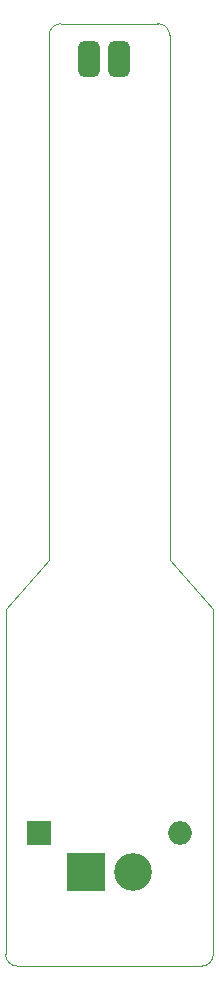
<source format=gbr>
%TF.GenerationSoftware,KiCad,Pcbnew,6.0.2-378541a8eb~116~ubuntu20.04.1*%
%TF.CreationDate,2022-02-19T19:42:59-08:00*%
%TF.ProjectId,menorah555_shamash,6d656e6f-7261-4683-9535-355f7368616d,B*%
%TF.SameCoordinates,Original*%
%TF.FileFunction,Soldermask,Top*%
%TF.FilePolarity,Negative*%
%FSLAX46Y46*%
G04 Gerber Fmt 4.6, Leading zero omitted, Abs format (unit mm)*
G04 Created by KiCad (PCBNEW 6.0.2-378541a8eb~116~ubuntu20.04.1) date 2022-02-19 19:42:59*
%MOMM*%
%LPD*%
G01*
G04 APERTURE LIST*
G04 Aperture macros list*
%AMRoundRect*
0 Rectangle with rounded corners*
0 $1 Rounding radius*
0 $2 $3 $4 $5 $6 $7 $8 $9 X,Y pos of 4 corners*
0 Add a 4 corners polygon primitive as box body*
4,1,4,$2,$3,$4,$5,$6,$7,$8,$9,$2,$3,0*
0 Add four circle primitives for the rounded corners*
1,1,$1+$1,$2,$3*
1,1,$1+$1,$4,$5*
1,1,$1+$1,$6,$7*
1,1,$1+$1,$8,$9*
0 Add four rect primitives between the rounded corners*
20,1,$1+$1,$2,$3,$4,$5,0*
20,1,$1+$1,$4,$5,$6,$7,0*
20,1,$1+$1,$6,$7,$8,$9,0*
20,1,$1+$1,$8,$9,$2,$3,0*%
G04 Aperture macros list end*
%TA.AperFunction,Profile*%
%ADD10C,0.050000*%
%TD*%
%ADD11RoundRect,0.450000X0.450000X1.050000X-0.450000X1.050000X-0.450000X-1.050000X0.450000X-1.050000X0*%
%ADD12R,2.000000X2.000000*%
%ADD13O,2.000000X2.000000*%
%ADD14R,3.200000X3.200000*%
%ADD15O,3.200000X3.200000*%
G04 APERTURE END LIST*
D10*
X110100000Y-64800000D02*
X118300000Y-64800000D01*
X119300000Y-110200000D02*
X123000000Y-114400000D01*
X109100000Y-110200000D02*
X105400000Y-114400000D01*
X109100000Y-65800000D02*
X109100000Y-110200000D01*
X110100000Y-64800000D02*
G75*
G03*
X109100000Y-65800000I-1J-999999D01*
G01*
X105400000Y-114400000D02*
X105400000Y-143600000D01*
X123000000Y-114400000D02*
X123000000Y-143600000D01*
X119300000Y-65800000D02*
X119300000Y-110200000D01*
X119300000Y-65800000D02*
G75*
G03*
X118300000Y-64800000I-999999J1D01*
G01*
X122000000Y-144600000D02*
G75*
G03*
X123000000Y-143600000I1J999999D01*
G01*
X106400000Y-144600000D02*
X122000000Y-144600000D01*
X105400000Y-143600000D02*
G75*
G03*
X106400000Y-144600000I999999J-1D01*
G01*
D11*
%TO.C,LED1*%
X114970000Y-67800000D03*
X112430000Y-67800000D03*
%TD*%
D12*
%TO.C,C19*%
X108200000Y-133300000D03*
D13*
X120200000Y-133300000D03*
%TD*%
D14*
%TO.C,J3*%
X112200000Y-136600000D03*
D15*
X116200000Y-136600000D03*
%TD*%
M02*

</source>
